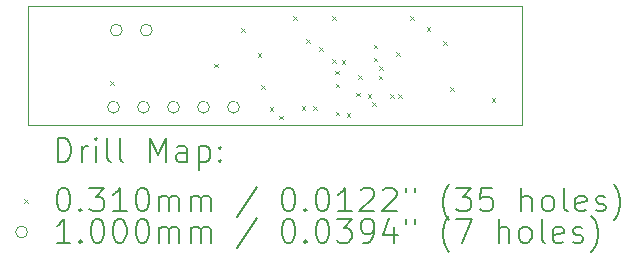
<source format=gbr>
%FSLAX45Y45*%
G04 Gerber Fmt 4.5, Leading zero omitted, Abs format (unit mm)*
G04 Created by KiCad (PCBNEW (6.0.5)) date 2022-06-09 17:01:12*
%MOMM*%
%LPD*%
G01*
G04 APERTURE LIST*
%TA.AperFunction,Profile*%
%ADD10C,0.100000*%
%TD*%
%ADD11C,0.200000*%
%ADD12C,0.031000*%
%ADD13C,0.100000*%
G04 APERTURE END LIST*
D10*
X1950000Y-1760000D02*
X6130000Y-1760000D01*
X6130000Y-1760000D02*
X6130000Y-2760000D01*
X6130000Y-2760000D02*
X1950000Y-2760000D01*
X1950000Y-2760000D02*
X1950000Y-1760000D01*
D11*
D12*
X2644500Y-2394500D02*
X2675500Y-2425500D01*
X2675500Y-2394500D02*
X2644500Y-2425500D01*
X3524500Y-2244500D02*
X3555500Y-2275500D01*
X3555500Y-2244500D02*
X3524500Y-2275500D01*
X3754500Y-1944500D02*
X3785500Y-1975500D01*
X3785500Y-1944500D02*
X3754500Y-1975500D01*
X3894500Y-2154500D02*
X3925500Y-2185500D01*
X3925500Y-2154500D02*
X3894500Y-2185500D01*
X3924500Y-2424500D02*
X3955500Y-2455500D01*
X3955500Y-2424500D02*
X3924500Y-2455500D01*
X3994500Y-2614500D02*
X4025500Y-2645500D01*
X4025500Y-2614500D02*
X3994500Y-2645500D01*
X4074500Y-2684500D02*
X4105500Y-2715500D01*
X4105500Y-2684500D02*
X4074500Y-2715500D01*
X4194500Y-1844500D02*
X4225500Y-1875500D01*
X4225500Y-1844500D02*
X4194500Y-1875500D01*
X4264500Y-2604500D02*
X4295500Y-2635500D01*
X4295500Y-2604500D02*
X4264500Y-2635500D01*
X4304500Y-2034500D02*
X4335500Y-2065500D01*
X4335500Y-2034500D02*
X4304500Y-2065500D01*
X4364500Y-2604500D02*
X4395500Y-2635500D01*
X4395500Y-2604500D02*
X4364500Y-2635500D01*
X4414500Y-2104500D02*
X4445500Y-2135500D01*
X4445500Y-2104500D02*
X4414500Y-2135500D01*
X4524500Y-1844500D02*
X4555500Y-1875500D01*
X4555500Y-1844500D02*
X4524500Y-1875500D01*
X4524500Y-2204500D02*
X4555500Y-2235500D01*
X4555500Y-2204500D02*
X4524500Y-2235500D01*
X4550750Y-2304500D02*
X4581750Y-2335500D01*
X4581750Y-2304500D02*
X4550750Y-2335500D01*
X4554500Y-2414500D02*
X4585500Y-2445500D01*
X4585500Y-2414500D02*
X4554500Y-2445500D01*
X4554500Y-2651250D02*
X4585500Y-2682250D01*
X4585500Y-2651250D02*
X4554500Y-2682250D01*
X4605413Y-2214761D02*
X4636413Y-2245761D01*
X4636413Y-2214761D02*
X4605413Y-2245761D01*
X4646240Y-2662760D02*
X4677240Y-2693760D01*
X4677240Y-2662760D02*
X4646240Y-2693760D01*
X4724500Y-2488498D02*
X4755500Y-2519498D01*
X4755500Y-2488498D02*
X4724500Y-2519498D01*
X4742330Y-2344335D02*
X4773330Y-2375335D01*
X4773330Y-2344335D02*
X4742330Y-2375335D01*
X4824500Y-2504500D02*
X4855500Y-2535500D01*
X4855500Y-2504500D02*
X4824500Y-2535500D01*
X4862444Y-2567740D02*
X4893444Y-2598740D01*
X4893444Y-2567740D02*
X4862444Y-2598740D01*
X4874500Y-2084500D02*
X4905500Y-2115500D01*
X4905500Y-2084500D02*
X4874500Y-2115500D01*
X4874500Y-2194500D02*
X4905500Y-2225500D01*
X4905500Y-2194500D02*
X4874500Y-2225500D01*
X4917336Y-2346971D02*
X4948336Y-2377971D01*
X4948336Y-2346971D02*
X4917336Y-2377971D01*
X4924500Y-2264500D02*
X4955500Y-2295500D01*
X4955500Y-2264500D02*
X4924500Y-2295500D01*
X5014500Y-2504500D02*
X5045500Y-2535500D01*
X5045500Y-2504500D02*
X5014500Y-2535500D01*
X5064500Y-2145500D02*
X5095500Y-2176500D01*
X5095500Y-2145500D02*
X5064500Y-2176500D01*
X5084500Y-2504500D02*
X5115500Y-2535500D01*
X5115500Y-2504500D02*
X5084500Y-2535500D01*
X5184500Y-1844500D02*
X5215500Y-1875500D01*
X5215500Y-1844500D02*
X5184500Y-1875500D01*
X5324500Y-1934500D02*
X5355500Y-1965500D01*
X5355500Y-1934500D02*
X5324500Y-1965500D01*
X5464500Y-2054500D02*
X5495500Y-2085500D01*
X5495500Y-2054500D02*
X5464500Y-2085500D01*
X5524500Y-2444500D02*
X5555500Y-2475500D01*
X5555500Y-2444500D02*
X5524500Y-2475500D01*
X5874500Y-2534500D02*
X5905500Y-2565500D01*
X5905500Y-2534500D02*
X5874500Y-2565500D01*
D13*
X2722500Y-2612500D02*
G75*
G03*
X2722500Y-2612500I-50000J0D01*
G01*
X2746000Y-1960000D02*
G75*
G03*
X2746000Y-1960000I-50000J0D01*
G01*
X2976500Y-2612500D02*
G75*
G03*
X2976500Y-2612500I-50000J0D01*
G01*
X3000000Y-1960000D02*
G75*
G03*
X3000000Y-1960000I-50000J0D01*
G01*
X3230500Y-2612500D02*
G75*
G03*
X3230500Y-2612500I-50000J0D01*
G01*
X3484500Y-2612500D02*
G75*
G03*
X3484500Y-2612500I-50000J0D01*
G01*
X3738500Y-2612500D02*
G75*
G03*
X3738500Y-2612500I-50000J0D01*
G01*
D11*
X2202619Y-3075476D02*
X2202619Y-2875476D01*
X2250238Y-2875476D01*
X2278810Y-2885000D01*
X2297857Y-2904048D01*
X2307381Y-2923095D01*
X2316905Y-2961190D01*
X2316905Y-2989762D01*
X2307381Y-3027857D01*
X2297857Y-3046905D01*
X2278810Y-3065952D01*
X2250238Y-3075476D01*
X2202619Y-3075476D01*
X2402619Y-3075476D02*
X2402619Y-2942143D01*
X2402619Y-2980238D02*
X2412143Y-2961190D01*
X2421667Y-2951667D01*
X2440714Y-2942143D01*
X2459762Y-2942143D01*
X2526429Y-3075476D02*
X2526429Y-2942143D01*
X2526429Y-2875476D02*
X2516905Y-2885000D01*
X2526429Y-2894524D01*
X2535952Y-2885000D01*
X2526429Y-2875476D01*
X2526429Y-2894524D01*
X2650238Y-3075476D02*
X2631190Y-3065952D01*
X2621667Y-3046905D01*
X2621667Y-2875476D01*
X2755000Y-3075476D02*
X2735952Y-3065952D01*
X2726429Y-3046905D01*
X2726429Y-2875476D01*
X2983571Y-3075476D02*
X2983571Y-2875476D01*
X3050238Y-3018333D01*
X3116905Y-2875476D01*
X3116905Y-3075476D01*
X3297857Y-3075476D02*
X3297857Y-2970714D01*
X3288333Y-2951667D01*
X3269286Y-2942143D01*
X3231190Y-2942143D01*
X3212143Y-2951667D01*
X3297857Y-3065952D02*
X3278809Y-3075476D01*
X3231190Y-3075476D01*
X3212143Y-3065952D01*
X3202619Y-3046905D01*
X3202619Y-3027857D01*
X3212143Y-3008809D01*
X3231190Y-2999286D01*
X3278809Y-2999286D01*
X3297857Y-2989762D01*
X3393095Y-2942143D02*
X3393095Y-3142143D01*
X3393095Y-2951667D02*
X3412143Y-2942143D01*
X3450238Y-2942143D01*
X3469286Y-2951667D01*
X3478809Y-2961190D01*
X3488333Y-2980238D01*
X3488333Y-3037381D01*
X3478809Y-3056428D01*
X3469286Y-3065952D01*
X3450238Y-3075476D01*
X3412143Y-3075476D01*
X3393095Y-3065952D01*
X3574048Y-3056428D02*
X3583571Y-3065952D01*
X3574048Y-3075476D01*
X3564524Y-3065952D01*
X3574048Y-3056428D01*
X3574048Y-3075476D01*
X3574048Y-2951667D02*
X3583571Y-2961190D01*
X3574048Y-2970714D01*
X3564524Y-2961190D01*
X3574048Y-2951667D01*
X3574048Y-2970714D01*
D12*
X1914000Y-3389500D02*
X1945000Y-3420500D01*
X1945000Y-3389500D02*
X1914000Y-3420500D01*
D11*
X2240714Y-3295476D02*
X2259762Y-3295476D01*
X2278810Y-3305000D01*
X2288333Y-3314524D01*
X2297857Y-3333571D01*
X2307381Y-3371667D01*
X2307381Y-3419286D01*
X2297857Y-3457381D01*
X2288333Y-3476428D01*
X2278810Y-3485952D01*
X2259762Y-3495476D01*
X2240714Y-3495476D01*
X2221667Y-3485952D01*
X2212143Y-3476428D01*
X2202619Y-3457381D01*
X2193095Y-3419286D01*
X2193095Y-3371667D01*
X2202619Y-3333571D01*
X2212143Y-3314524D01*
X2221667Y-3305000D01*
X2240714Y-3295476D01*
X2393095Y-3476428D02*
X2402619Y-3485952D01*
X2393095Y-3495476D01*
X2383571Y-3485952D01*
X2393095Y-3476428D01*
X2393095Y-3495476D01*
X2469286Y-3295476D02*
X2593095Y-3295476D01*
X2526429Y-3371667D01*
X2555000Y-3371667D01*
X2574048Y-3381190D01*
X2583571Y-3390714D01*
X2593095Y-3409762D01*
X2593095Y-3457381D01*
X2583571Y-3476428D01*
X2574048Y-3485952D01*
X2555000Y-3495476D01*
X2497857Y-3495476D01*
X2478810Y-3485952D01*
X2469286Y-3476428D01*
X2783571Y-3495476D02*
X2669286Y-3495476D01*
X2726429Y-3495476D02*
X2726429Y-3295476D01*
X2707381Y-3324048D01*
X2688333Y-3343095D01*
X2669286Y-3352619D01*
X2907381Y-3295476D02*
X2926428Y-3295476D01*
X2945476Y-3305000D01*
X2955000Y-3314524D01*
X2964524Y-3333571D01*
X2974048Y-3371667D01*
X2974048Y-3419286D01*
X2964524Y-3457381D01*
X2955000Y-3476428D01*
X2945476Y-3485952D01*
X2926428Y-3495476D01*
X2907381Y-3495476D01*
X2888333Y-3485952D01*
X2878809Y-3476428D01*
X2869286Y-3457381D01*
X2859762Y-3419286D01*
X2859762Y-3371667D01*
X2869286Y-3333571D01*
X2878809Y-3314524D01*
X2888333Y-3305000D01*
X2907381Y-3295476D01*
X3059762Y-3495476D02*
X3059762Y-3362143D01*
X3059762Y-3381190D02*
X3069286Y-3371667D01*
X3088333Y-3362143D01*
X3116905Y-3362143D01*
X3135952Y-3371667D01*
X3145476Y-3390714D01*
X3145476Y-3495476D01*
X3145476Y-3390714D02*
X3155000Y-3371667D01*
X3174048Y-3362143D01*
X3202619Y-3362143D01*
X3221667Y-3371667D01*
X3231190Y-3390714D01*
X3231190Y-3495476D01*
X3326428Y-3495476D02*
X3326428Y-3362143D01*
X3326428Y-3381190D02*
X3335952Y-3371667D01*
X3355000Y-3362143D01*
X3383571Y-3362143D01*
X3402619Y-3371667D01*
X3412143Y-3390714D01*
X3412143Y-3495476D01*
X3412143Y-3390714D02*
X3421667Y-3371667D01*
X3440714Y-3362143D01*
X3469286Y-3362143D01*
X3488333Y-3371667D01*
X3497857Y-3390714D01*
X3497857Y-3495476D01*
X3888333Y-3285952D02*
X3716905Y-3543095D01*
X4145476Y-3295476D02*
X4164524Y-3295476D01*
X4183571Y-3305000D01*
X4193095Y-3314524D01*
X4202619Y-3333571D01*
X4212143Y-3371667D01*
X4212143Y-3419286D01*
X4202619Y-3457381D01*
X4193095Y-3476428D01*
X4183571Y-3485952D01*
X4164524Y-3495476D01*
X4145476Y-3495476D01*
X4126428Y-3485952D01*
X4116905Y-3476428D01*
X4107381Y-3457381D01*
X4097857Y-3419286D01*
X4097857Y-3371667D01*
X4107381Y-3333571D01*
X4116905Y-3314524D01*
X4126428Y-3305000D01*
X4145476Y-3295476D01*
X4297857Y-3476428D02*
X4307381Y-3485952D01*
X4297857Y-3495476D01*
X4288333Y-3485952D01*
X4297857Y-3476428D01*
X4297857Y-3495476D01*
X4431190Y-3295476D02*
X4450238Y-3295476D01*
X4469286Y-3305000D01*
X4478810Y-3314524D01*
X4488333Y-3333571D01*
X4497857Y-3371667D01*
X4497857Y-3419286D01*
X4488333Y-3457381D01*
X4478810Y-3476428D01*
X4469286Y-3485952D01*
X4450238Y-3495476D01*
X4431190Y-3495476D01*
X4412143Y-3485952D01*
X4402619Y-3476428D01*
X4393095Y-3457381D01*
X4383571Y-3419286D01*
X4383571Y-3371667D01*
X4393095Y-3333571D01*
X4402619Y-3314524D01*
X4412143Y-3305000D01*
X4431190Y-3295476D01*
X4688333Y-3495476D02*
X4574048Y-3495476D01*
X4631190Y-3495476D02*
X4631190Y-3295476D01*
X4612143Y-3324048D01*
X4593095Y-3343095D01*
X4574048Y-3352619D01*
X4764524Y-3314524D02*
X4774048Y-3305000D01*
X4793095Y-3295476D01*
X4840714Y-3295476D01*
X4859762Y-3305000D01*
X4869286Y-3314524D01*
X4878810Y-3333571D01*
X4878810Y-3352619D01*
X4869286Y-3381190D01*
X4755000Y-3495476D01*
X4878810Y-3495476D01*
X4955000Y-3314524D02*
X4964524Y-3305000D01*
X4983571Y-3295476D01*
X5031190Y-3295476D01*
X5050238Y-3305000D01*
X5059762Y-3314524D01*
X5069286Y-3333571D01*
X5069286Y-3352619D01*
X5059762Y-3381190D01*
X4945476Y-3495476D01*
X5069286Y-3495476D01*
X5145476Y-3295476D02*
X5145476Y-3333571D01*
X5221667Y-3295476D02*
X5221667Y-3333571D01*
X5516905Y-3571667D02*
X5507381Y-3562143D01*
X5488333Y-3533571D01*
X5478810Y-3514524D01*
X5469286Y-3485952D01*
X5459762Y-3438333D01*
X5459762Y-3400238D01*
X5469286Y-3352619D01*
X5478810Y-3324048D01*
X5488333Y-3305000D01*
X5507381Y-3276428D01*
X5516905Y-3266905D01*
X5574048Y-3295476D02*
X5697857Y-3295476D01*
X5631190Y-3371667D01*
X5659762Y-3371667D01*
X5678809Y-3381190D01*
X5688333Y-3390714D01*
X5697857Y-3409762D01*
X5697857Y-3457381D01*
X5688333Y-3476428D01*
X5678809Y-3485952D01*
X5659762Y-3495476D01*
X5602619Y-3495476D01*
X5583571Y-3485952D01*
X5574048Y-3476428D01*
X5878809Y-3295476D02*
X5783571Y-3295476D01*
X5774048Y-3390714D01*
X5783571Y-3381190D01*
X5802619Y-3371667D01*
X5850238Y-3371667D01*
X5869286Y-3381190D01*
X5878809Y-3390714D01*
X5888333Y-3409762D01*
X5888333Y-3457381D01*
X5878809Y-3476428D01*
X5869286Y-3485952D01*
X5850238Y-3495476D01*
X5802619Y-3495476D01*
X5783571Y-3485952D01*
X5774048Y-3476428D01*
X6126428Y-3495476D02*
X6126428Y-3295476D01*
X6212143Y-3495476D02*
X6212143Y-3390714D01*
X6202619Y-3371667D01*
X6183571Y-3362143D01*
X6155000Y-3362143D01*
X6135952Y-3371667D01*
X6126428Y-3381190D01*
X6335952Y-3495476D02*
X6316905Y-3485952D01*
X6307381Y-3476428D01*
X6297857Y-3457381D01*
X6297857Y-3400238D01*
X6307381Y-3381190D01*
X6316905Y-3371667D01*
X6335952Y-3362143D01*
X6364524Y-3362143D01*
X6383571Y-3371667D01*
X6393095Y-3381190D01*
X6402619Y-3400238D01*
X6402619Y-3457381D01*
X6393095Y-3476428D01*
X6383571Y-3485952D01*
X6364524Y-3495476D01*
X6335952Y-3495476D01*
X6516905Y-3495476D02*
X6497857Y-3485952D01*
X6488333Y-3466905D01*
X6488333Y-3295476D01*
X6669286Y-3485952D02*
X6650238Y-3495476D01*
X6612143Y-3495476D01*
X6593095Y-3485952D01*
X6583571Y-3466905D01*
X6583571Y-3390714D01*
X6593095Y-3371667D01*
X6612143Y-3362143D01*
X6650238Y-3362143D01*
X6669286Y-3371667D01*
X6678809Y-3390714D01*
X6678809Y-3409762D01*
X6583571Y-3428809D01*
X6755000Y-3485952D02*
X6774048Y-3495476D01*
X6812143Y-3495476D01*
X6831190Y-3485952D01*
X6840714Y-3466905D01*
X6840714Y-3457381D01*
X6831190Y-3438333D01*
X6812143Y-3428809D01*
X6783571Y-3428809D01*
X6764524Y-3419286D01*
X6755000Y-3400238D01*
X6755000Y-3390714D01*
X6764524Y-3371667D01*
X6783571Y-3362143D01*
X6812143Y-3362143D01*
X6831190Y-3371667D01*
X6907381Y-3571667D02*
X6916905Y-3562143D01*
X6935952Y-3533571D01*
X6945476Y-3514524D01*
X6955000Y-3485952D01*
X6964524Y-3438333D01*
X6964524Y-3400238D01*
X6955000Y-3352619D01*
X6945476Y-3324048D01*
X6935952Y-3305000D01*
X6916905Y-3276428D01*
X6907381Y-3266905D01*
D13*
X1945000Y-3669000D02*
G75*
G03*
X1945000Y-3669000I-50000J0D01*
G01*
D11*
X2307381Y-3759476D02*
X2193095Y-3759476D01*
X2250238Y-3759476D02*
X2250238Y-3559476D01*
X2231190Y-3588048D01*
X2212143Y-3607095D01*
X2193095Y-3616619D01*
X2393095Y-3740428D02*
X2402619Y-3749952D01*
X2393095Y-3759476D01*
X2383571Y-3749952D01*
X2393095Y-3740428D01*
X2393095Y-3759476D01*
X2526429Y-3559476D02*
X2545476Y-3559476D01*
X2564524Y-3569000D01*
X2574048Y-3578524D01*
X2583571Y-3597571D01*
X2593095Y-3635667D01*
X2593095Y-3683286D01*
X2583571Y-3721381D01*
X2574048Y-3740428D01*
X2564524Y-3749952D01*
X2545476Y-3759476D01*
X2526429Y-3759476D01*
X2507381Y-3749952D01*
X2497857Y-3740428D01*
X2488333Y-3721381D01*
X2478810Y-3683286D01*
X2478810Y-3635667D01*
X2488333Y-3597571D01*
X2497857Y-3578524D01*
X2507381Y-3569000D01*
X2526429Y-3559476D01*
X2716905Y-3559476D02*
X2735952Y-3559476D01*
X2755000Y-3569000D01*
X2764524Y-3578524D01*
X2774048Y-3597571D01*
X2783571Y-3635667D01*
X2783571Y-3683286D01*
X2774048Y-3721381D01*
X2764524Y-3740428D01*
X2755000Y-3749952D01*
X2735952Y-3759476D01*
X2716905Y-3759476D01*
X2697857Y-3749952D01*
X2688333Y-3740428D01*
X2678810Y-3721381D01*
X2669286Y-3683286D01*
X2669286Y-3635667D01*
X2678810Y-3597571D01*
X2688333Y-3578524D01*
X2697857Y-3569000D01*
X2716905Y-3559476D01*
X2907381Y-3559476D02*
X2926428Y-3559476D01*
X2945476Y-3569000D01*
X2955000Y-3578524D01*
X2964524Y-3597571D01*
X2974048Y-3635667D01*
X2974048Y-3683286D01*
X2964524Y-3721381D01*
X2955000Y-3740428D01*
X2945476Y-3749952D01*
X2926428Y-3759476D01*
X2907381Y-3759476D01*
X2888333Y-3749952D01*
X2878809Y-3740428D01*
X2869286Y-3721381D01*
X2859762Y-3683286D01*
X2859762Y-3635667D01*
X2869286Y-3597571D01*
X2878809Y-3578524D01*
X2888333Y-3569000D01*
X2907381Y-3559476D01*
X3059762Y-3759476D02*
X3059762Y-3626143D01*
X3059762Y-3645190D02*
X3069286Y-3635667D01*
X3088333Y-3626143D01*
X3116905Y-3626143D01*
X3135952Y-3635667D01*
X3145476Y-3654714D01*
X3145476Y-3759476D01*
X3145476Y-3654714D02*
X3155000Y-3635667D01*
X3174048Y-3626143D01*
X3202619Y-3626143D01*
X3221667Y-3635667D01*
X3231190Y-3654714D01*
X3231190Y-3759476D01*
X3326428Y-3759476D02*
X3326428Y-3626143D01*
X3326428Y-3645190D02*
X3335952Y-3635667D01*
X3355000Y-3626143D01*
X3383571Y-3626143D01*
X3402619Y-3635667D01*
X3412143Y-3654714D01*
X3412143Y-3759476D01*
X3412143Y-3654714D02*
X3421667Y-3635667D01*
X3440714Y-3626143D01*
X3469286Y-3626143D01*
X3488333Y-3635667D01*
X3497857Y-3654714D01*
X3497857Y-3759476D01*
X3888333Y-3549952D02*
X3716905Y-3807095D01*
X4145476Y-3559476D02*
X4164524Y-3559476D01*
X4183571Y-3569000D01*
X4193095Y-3578524D01*
X4202619Y-3597571D01*
X4212143Y-3635667D01*
X4212143Y-3683286D01*
X4202619Y-3721381D01*
X4193095Y-3740428D01*
X4183571Y-3749952D01*
X4164524Y-3759476D01*
X4145476Y-3759476D01*
X4126428Y-3749952D01*
X4116905Y-3740428D01*
X4107381Y-3721381D01*
X4097857Y-3683286D01*
X4097857Y-3635667D01*
X4107381Y-3597571D01*
X4116905Y-3578524D01*
X4126428Y-3569000D01*
X4145476Y-3559476D01*
X4297857Y-3740428D02*
X4307381Y-3749952D01*
X4297857Y-3759476D01*
X4288333Y-3749952D01*
X4297857Y-3740428D01*
X4297857Y-3759476D01*
X4431190Y-3559476D02*
X4450238Y-3559476D01*
X4469286Y-3569000D01*
X4478810Y-3578524D01*
X4488333Y-3597571D01*
X4497857Y-3635667D01*
X4497857Y-3683286D01*
X4488333Y-3721381D01*
X4478810Y-3740428D01*
X4469286Y-3749952D01*
X4450238Y-3759476D01*
X4431190Y-3759476D01*
X4412143Y-3749952D01*
X4402619Y-3740428D01*
X4393095Y-3721381D01*
X4383571Y-3683286D01*
X4383571Y-3635667D01*
X4393095Y-3597571D01*
X4402619Y-3578524D01*
X4412143Y-3569000D01*
X4431190Y-3559476D01*
X4564524Y-3559476D02*
X4688333Y-3559476D01*
X4621667Y-3635667D01*
X4650238Y-3635667D01*
X4669286Y-3645190D01*
X4678810Y-3654714D01*
X4688333Y-3673762D01*
X4688333Y-3721381D01*
X4678810Y-3740428D01*
X4669286Y-3749952D01*
X4650238Y-3759476D01*
X4593095Y-3759476D01*
X4574048Y-3749952D01*
X4564524Y-3740428D01*
X4783571Y-3759476D02*
X4821667Y-3759476D01*
X4840714Y-3749952D01*
X4850238Y-3740428D01*
X4869286Y-3711857D01*
X4878810Y-3673762D01*
X4878810Y-3597571D01*
X4869286Y-3578524D01*
X4859762Y-3569000D01*
X4840714Y-3559476D01*
X4802619Y-3559476D01*
X4783571Y-3569000D01*
X4774048Y-3578524D01*
X4764524Y-3597571D01*
X4764524Y-3645190D01*
X4774048Y-3664238D01*
X4783571Y-3673762D01*
X4802619Y-3683286D01*
X4840714Y-3683286D01*
X4859762Y-3673762D01*
X4869286Y-3664238D01*
X4878810Y-3645190D01*
X5050238Y-3626143D02*
X5050238Y-3759476D01*
X5002619Y-3549952D02*
X4955000Y-3692809D01*
X5078810Y-3692809D01*
X5145476Y-3559476D02*
X5145476Y-3597571D01*
X5221667Y-3559476D02*
X5221667Y-3597571D01*
X5516905Y-3835667D02*
X5507381Y-3826143D01*
X5488333Y-3797571D01*
X5478810Y-3778524D01*
X5469286Y-3749952D01*
X5459762Y-3702333D01*
X5459762Y-3664238D01*
X5469286Y-3616619D01*
X5478810Y-3588048D01*
X5488333Y-3569000D01*
X5507381Y-3540428D01*
X5516905Y-3530905D01*
X5574048Y-3559476D02*
X5707381Y-3559476D01*
X5621667Y-3759476D01*
X5935952Y-3759476D02*
X5935952Y-3559476D01*
X6021667Y-3759476D02*
X6021667Y-3654714D01*
X6012143Y-3635667D01*
X5993095Y-3626143D01*
X5964524Y-3626143D01*
X5945476Y-3635667D01*
X5935952Y-3645190D01*
X6145476Y-3759476D02*
X6126428Y-3749952D01*
X6116905Y-3740428D01*
X6107381Y-3721381D01*
X6107381Y-3664238D01*
X6116905Y-3645190D01*
X6126428Y-3635667D01*
X6145476Y-3626143D01*
X6174048Y-3626143D01*
X6193095Y-3635667D01*
X6202619Y-3645190D01*
X6212143Y-3664238D01*
X6212143Y-3721381D01*
X6202619Y-3740428D01*
X6193095Y-3749952D01*
X6174048Y-3759476D01*
X6145476Y-3759476D01*
X6326428Y-3759476D02*
X6307381Y-3749952D01*
X6297857Y-3730905D01*
X6297857Y-3559476D01*
X6478809Y-3749952D02*
X6459762Y-3759476D01*
X6421667Y-3759476D01*
X6402619Y-3749952D01*
X6393095Y-3730905D01*
X6393095Y-3654714D01*
X6402619Y-3635667D01*
X6421667Y-3626143D01*
X6459762Y-3626143D01*
X6478809Y-3635667D01*
X6488333Y-3654714D01*
X6488333Y-3673762D01*
X6393095Y-3692809D01*
X6564524Y-3749952D02*
X6583571Y-3759476D01*
X6621667Y-3759476D01*
X6640714Y-3749952D01*
X6650238Y-3730905D01*
X6650238Y-3721381D01*
X6640714Y-3702333D01*
X6621667Y-3692809D01*
X6593095Y-3692809D01*
X6574048Y-3683286D01*
X6564524Y-3664238D01*
X6564524Y-3654714D01*
X6574048Y-3635667D01*
X6593095Y-3626143D01*
X6621667Y-3626143D01*
X6640714Y-3635667D01*
X6716905Y-3835667D02*
X6726428Y-3826143D01*
X6745476Y-3797571D01*
X6755000Y-3778524D01*
X6764524Y-3749952D01*
X6774048Y-3702333D01*
X6774048Y-3664238D01*
X6764524Y-3616619D01*
X6755000Y-3588048D01*
X6745476Y-3569000D01*
X6726428Y-3540428D01*
X6716905Y-3530905D01*
M02*

</source>
